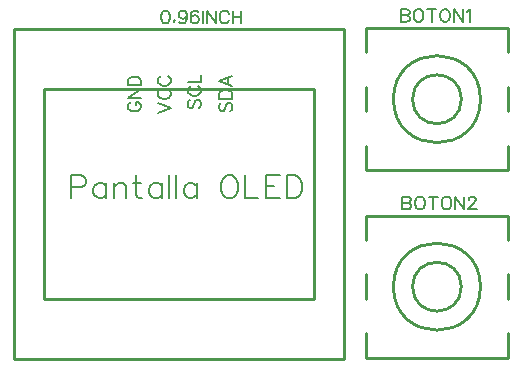
<source format=gto>
G04 Layer: TopSilkscreenLayer*
G04 EasyEDA v6.5.15, 2022-08-31 14:33:10*
G04 7f742d56b1564ff082f2a7d2e7a97bc1,d16243303ffc4a33bbfddbaf118a1a26,10*
G04 Gerber Generator version 0.2*
G04 Scale: 100 percent, Rotated: No, Reflected: No *
G04 Dimensions in millimeters *
G04 leading zeros omitted , absolute positions ,4 integer and 5 decimal *
%FSLAX45Y45*%
%MOMM*%

%ADD10C,0.1524*%
%ADD11C,0.2032*%
%ADD12C,0.2540*%

%LPD*%
D10*
X4038600Y12370815D02*
G01*
X4038600Y12261850D01*
X4038600Y12370815D02*
G01*
X4085336Y12370815D01*
X4100829Y12365736D01*
X4106163Y12360402D01*
X4111243Y12349987D01*
X4111243Y12339574D01*
X4106163Y12329160D01*
X4100829Y12324079D01*
X4085336Y12319000D01*
X4038600Y12319000D02*
G01*
X4085336Y12319000D01*
X4100829Y12313665D01*
X4106163Y12308586D01*
X4111243Y12298171D01*
X4111243Y12282424D01*
X4106163Y12272010D01*
X4100829Y12266929D01*
X4085336Y12261850D01*
X4038600Y12261850D01*
X4176775Y12370815D02*
G01*
X4166361Y12365736D01*
X4155947Y12355321D01*
X4150868Y12344908D01*
X4145534Y12329160D01*
X4145534Y12303252D01*
X4150868Y12287758D01*
X4155947Y12277344D01*
X4166361Y12266929D01*
X4176775Y12261850D01*
X4197604Y12261850D01*
X4208018Y12266929D01*
X4218431Y12277344D01*
X4223511Y12287758D01*
X4228845Y12303252D01*
X4228845Y12329160D01*
X4223511Y12344908D01*
X4218431Y12355321D01*
X4208018Y12365736D01*
X4197604Y12370815D01*
X4176775Y12370815D01*
X4299458Y12370815D02*
G01*
X4299458Y12261850D01*
X4263136Y12370815D02*
G01*
X4335779Y12370815D01*
X4401311Y12370815D02*
G01*
X4390897Y12365736D01*
X4380484Y12355321D01*
X4375150Y12344908D01*
X4370070Y12329160D01*
X4370070Y12303252D01*
X4375150Y12287758D01*
X4380484Y12277344D01*
X4390897Y12266929D01*
X4401311Y12261850D01*
X4422140Y12261850D01*
X4432300Y12266929D01*
X4442713Y12277344D01*
X4448047Y12287758D01*
X4453127Y12303252D01*
X4453127Y12329160D01*
X4448047Y12344908D01*
X4442713Y12355321D01*
X4432300Y12365736D01*
X4422140Y12370815D01*
X4401311Y12370815D01*
X4487418Y12370815D02*
G01*
X4487418Y12261850D01*
X4487418Y12370815D02*
G01*
X4560315Y12261850D01*
X4560315Y12370815D02*
G01*
X4560315Y12261850D01*
X4594606Y12349987D02*
G01*
X4605020Y12355321D01*
X4620513Y12370815D01*
X4620513Y12261850D01*
X4051300Y10783315D02*
G01*
X4051300Y10674350D01*
X4051300Y10783315D02*
G01*
X4098036Y10783315D01*
X4113529Y10778236D01*
X4118863Y10772902D01*
X4123943Y10762487D01*
X4123943Y10752074D01*
X4118863Y10741660D01*
X4113529Y10736579D01*
X4098036Y10731500D01*
X4051300Y10731500D02*
G01*
X4098036Y10731500D01*
X4113529Y10726165D01*
X4118863Y10721086D01*
X4123943Y10710671D01*
X4123943Y10694924D01*
X4118863Y10684510D01*
X4113529Y10679429D01*
X4098036Y10674350D01*
X4051300Y10674350D01*
X4189475Y10783315D02*
G01*
X4179061Y10778236D01*
X4168647Y10767821D01*
X4163568Y10757408D01*
X4158234Y10741660D01*
X4158234Y10715752D01*
X4163568Y10700258D01*
X4168647Y10689844D01*
X4179061Y10679429D01*
X4189475Y10674350D01*
X4210304Y10674350D01*
X4220718Y10679429D01*
X4231131Y10689844D01*
X4236211Y10700258D01*
X4241545Y10715752D01*
X4241545Y10741660D01*
X4236211Y10757408D01*
X4231131Y10767821D01*
X4220718Y10778236D01*
X4210304Y10783315D01*
X4189475Y10783315D01*
X4312158Y10783315D02*
G01*
X4312158Y10674350D01*
X4275836Y10783315D02*
G01*
X4348479Y10783315D01*
X4414011Y10783315D02*
G01*
X4403597Y10778236D01*
X4393184Y10767821D01*
X4387850Y10757408D01*
X4382770Y10741660D01*
X4382770Y10715752D01*
X4387850Y10700258D01*
X4393184Y10689844D01*
X4403597Y10679429D01*
X4414011Y10674350D01*
X4434840Y10674350D01*
X4445000Y10679429D01*
X4455413Y10689844D01*
X4460747Y10700258D01*
X4465827Y10715752D01*
X4465827Y10741660D01*
X4460747Y10757408D01*
X4455413Y10767821D01*
X4445000Y10778236D01*
X4434840Y10783315D01*
X4414011Y10783315D01*
X4500118Y10783315D02*
G01*
X4500118Y10674350D01*
X4500118Y10783315D02*
G01*
X4573015Y10674350D01*
X4573015Y10783315D02*
G01*
X4573015Y10674350D01*
X4612386Y10757408D02*
G01*
X4612386Y10762487D01*
X4617720Y10772902D01*
X4622800Y10778236D01*
X4633213Y10783315D01*
X4654041Y10783315D01*
X4664456Y10778236D01*
X4669536Y10772902D01*
X4674870Y10762487D01*
X4674870Y10752074D01*
X4669536Y10741660D01*
X4659122Y10726165D01*
X4607306Y10674350D01*
X4679950Y10674350D01*
X2037841Y12358115D02*
G01*
X2022093Y12353036D01*
X2011679Y12337287D01*
X2006600Y12311379D01*
X2006600Y12295886D01*
X2011679Y12269724D01*
X2022093Y12254229D01*
X2037841Y12249150D01*
X2048256Y12249150D01*
X2063750Y12254229D01*
X2074163Y12269724D01*
X2079243Y12295886D01*
X2079243Y12311379D01*
X2074163Y12337287D01*
X2063750Y12353036D01*
X2048256Y12358115D01*
X2037841Y12358115D01*
X2118868Y12275058D02*
G01*
X2113534Y12269724D01*
X2118868Y12264644D01*
X2123947Y12269724D01*
X2118868Y12275058D01*
X2225802Y12321794D02*
G01*
X2220722Y12306300D01*
X2210308Y12295886D01*
X2194559Y12290552D01*
X2189479Y12290552D01*
X2173986Y12295886D01*
X2163572Y12306300D01*
X2158238Y12321794D01*
X2158238Y12326874D01*
X2163572Y12342621D01*
X2173986Y12353036D01*
X2189479Y12358115D01*
X2194559Y12358115D01*
X2210308Y12353036D01*
X2220722Y12342621D01*
X2225802Y12321794D01*
X2225802Y12295886D01*
X2220722Y12269724D01*
X2210308Y12254229D01*
X2194559Y12249150D01*
X2184400Y12249150D01*
X2168652Y12254229D01*
X2163572Y12264644D01*
X2322575Y12342621D02*
G01*
X2317241Y12353036D01*
X2301747Y12358115D01*
X2291334Y12358115D01*
X2275840Y12353036D01*
X2265425Y12337287D01*
X2260091Y12311379D01*
X2260091Y12285471D01*
X2265425Y12264644D01*
X2275840Y12254229D01*
X2291334Y12249150D01*
X2296413Y12249150D01*
X2312161Y12254229D01*
X2322575Y12264644D01*
X2327656Y12280137D01*
X2327656Y12285471D01*
X2322575Y12300965D01*
X2312161Y12311379D01*
X2296413Y12316460D01*
X2291334Y12316460D01*
X2275840Y12311379D01*
X2265425Y12300965D01*
X2260091Y12285471D01*
X2361945Y12358115D02*
G01*
X2361945Y12249150D01*
X2396236Y12358115D02*
G01*
X2396236Y12249150D01*
X2396236Y12358115D02*
G01*
X2468879Y12249150D01*
X2468879Y12358115D02*
G01*
X2468879Y12249150D01*
X2581147Y12332208D02*
G01*
X2576068Y12342621D01*
X2565654Y12353036D01*
X2555240Y12358115D01*
X2534411Y12358115D01*
X2523997Y12353036D01*
X2513584Y12342621D01*
X2508504Y12332208D01*
X2503170Y12316460D01*
X2503170Y12290552D01*
X2508504Y12275058D01*
X2513584Y12264644D01*
X2523997Y12254229D01*
X2534411Y12249150D01*
X2555240Y12249150D01*
X2565654Y12254229D01*
X2576068Y12264644D01*
X2581147Y12275058D01*
X2615438Y12358115D02*
G01*
X2615438Y12249150D01*
X2688336Y12358115D02*
G01*
X2688336Y12249150D01*
X2615438Y12306300D02*
G01*
X2688336Y12306300D01*
D11*
X1244600Y10961878D02*
G01*
X1244600Y10768076D01*
X1244600Y10961878D02*
G01*
X1327657Y10961878D01*
X1355344Y10952734D01*
X1364742Y10943589D01*
X1373886Y10925047D01*
X1373886Y10897362D01*
X1364742Y10878820D01*
X1355344Y10869676D01*
X1327657Y10860278D01*
X1244600Y10860278D01*
X1545589Y10897362D02*
G01*
X1545589Y10768076D01*
X1545589Y10869676D02*
G01*
X1527302Y10887963D01*
X1508760Y10897362D01*
X1481073Y10897362D01*
X1462531Y10887963D01*
X1443989Y10869676D01*
X1434845Y10841989D01*
X1434845Y10823447D01*
X1443989Y10795762D01*
X1462531Y10777220D01*
X1481073Y10768076D01*
X1508760Y10768076D01*
X1527302Y10777220D01*
X1545589Y10795762D01*
X1606550Y10897362D02*
G01*
X1606550Y10768076D01*
X1606550Y10860278D02*
G01*
X1634489Y10887963D01*
X1652778Y10897362D01*
X1680463Y10897362D01*
X1699005Y10887963D01*
X1708150Y10860278D01*
X1708150Y10768076D01*
X1797050Y10961878D02*
G01*
X1797050Y10804905D01*
X1806194Y10777220D01*
X1824736Y10768076D01*
X1843023Y10768076D01*
X1769110Y10897362D02*
G01*
X1833879Y10897362D01*
X2014981Y10897362D02*
G01*
X2014981Y10768076D01*
X2014981Y10869676D02*
G01*
X1996440Y10887963D01*
X1977897Y10897362D01*
X1950211Y10897362D01*
X1931670Y10887963D01*
X1913381Y10869676D01*
X1903984Y10841989D01*
X1903984Y10823447D01*
X1913381Y10795762D01*
X1931670Y10777220D01*
X1950211Y10768076D01*
X1977897Y10768076D01*
X1996440Y10777220D01*
X2014981Y10795762D01*
X2075941Y10961878D02*
G01*
X2075941Y10768076D01*
X2136902Y10961878D02*
G01*
X2136902Y10768076D01*
X2308606Y10897362D02*
G01*
X2308606Y10768076D01*
X2308606Y10869676D02*
G01*
X2290063Y10887963D01*
X2271775Y10897362D01*
X2244090Y10897362D01*
X2225547Y10887963D01*
X2207006Y10869676D01*
X2197861Y10841989D01*
X2197861Y10823447D01*
X2207006Y10795762D01*
X2225547Y10777220D01*
X2244090Y10768076D01*
X2271775Y10768076D01*
X2290063Y10777220D01*
X2308606Y10795762D01*
X2567177Y10961878D02*
G01*
X2548890Y10952734D01*
X2530347Y10934192D01*
X2520950Y10915650D01*
X2511806Y10887963D01*
X2511806Y10841989D01*
X2520950Y10814050D01*
X2530347Y10795762D01*
X2548890Y10777220D01*
X2567177Y10768076D01*
X2604261Y10768076D01*
X2622550Y10777220D01*
X2641091Y10795762D01*
X2650490Y10814050D01*
X2659634Y10841989D01*
X2659634Y10887963D01*
X2650490Y10915650D01*
X2641091Y10934192D01*
X2622550Y10952734D01*
X2604261Y10961878D01*
X2567177Y10961878D01*
X2720593Y10961878D02*
G01*
X2720593Y10768076D01*
X2720593Y10768076D02*
G01*
X2831338Y10768076D01*
X2892297Y10961878D02*
G01*
X2892297Y10768076D01*
X2892297Y10961878D02*
G01*
X3012440Y10961878D01*
X2892297Y10869676D02*
G01*
X2966211Y10869676D01*
X2892297Y10768076D02*
G01*
X3012440Y10768076D01*
X3073400Y10961878D02*
G01*
X3073400Y10768076D01*
X3073400Y10961878D02*
G01*
X3138170Y10961878D01*
X3165856Y10952734D01*
X3184143Y10934192D01*
X3193541Y10915650D01*
X3202686Y10887963D01*
X3202686Y10841989D01*
X3193541Y10814050D01*
X3184143Y10795762D01*
X3165856Y10777220D01*
X3138170Y10768076D01*
X3073400Y10768076D01*
X2516352Y11578869D02*
G01*
X2505938Y11568455D01*
X2500858Y11552961D01*
X2500858Y11532133D01*
X2505938Y11516639D01*
X2516352Y11506225D01*
X2526766Y11506225D01*
X2537180Y11511305D01*
X2542514Y11516639D01*
X2547594Y11527053D01*
X2558008Y11558041D01*
X2563088Y11568455D01*
X2568422Y11573789D01*
X2578836Y11578869D01*
X2594330Y11578869D01*
X2604744Y11568455D01*
X2610078Y11552961D01*
X2610078Y11532133D01*
X2604744Y11516639D01*
X2594330Y11506225D01*
X2500858Y11613159D02*
G01*
X2610078Y11613159D01*
X2500858Y11613159D02*
G01*
X2500858Y11649481D01*
X2505938Y11665229D01*
X2516352Y11675643D01*
X2526766Y11680723D01*
X2542514Y11686057D01*
X2568422Y11686057D01*
X2583916Y11680723D01*
X2594330Y11675643D01*
X2604744Y11665229D01*
X2610078Y11649481D01*
X2610078Y11613159D01*
X2500858Y11761749D02*
G01*
X2610078Y11720347D01*
X2500858Y11761749D02*
G01*
X2610078Y11803405D01*
X2573502Y11735841D02*
G01*
X2573502Y11787911D01*
X2249652Y11604269D02*
G01*
X2239238Y11593855D01*
X2234158Y11578361D01*
X2234158Y11557533D01*
X2239238Y11542039D01*
X2249652Y11531625D01*
X2260066Y11531625D01*
X2270480Y11536705D01*
X2275814Y11542039D01*
X2280894Y11552453D01*
X2291308Y11583441D01*
X2296388Y11593855D01*
X2301722Y11599189D01*
X2312136Y11604269D01*
X2327630Y11604269D01*
X2338044Y11593855D01*
X2343378Y11578361D01*
X2343378Y11557533D01*
X2338044Y11542039D01*
X2327630Y11531625D01*
X2260066Y11716537D02*
G01*
X2249652Y11711457D01*
X2239238Y11701043D01*
X2234158Y11690629D01*
X2234158Y11669801D01*
X2239238Y11659387D01*
X2249652Y11648973D01*
X2260066Y11643893D01*
X2275814Y11638559D01*
X2301722Y11638559D01*
X2317216Y11643893D01*
X2327630Y11648973D01*
X2338044Y11659387D01*
X2343378Y11669801D01*
X2343378Y11690629D01*
X2338044Y11701043D01*
X2327630Y11711457D01*
X2317216Y11716537D01*
X2234158Y11750827D02*
G01*
X2343378Y11750827D01*
X2343378Y11750827D02*
G01*
X2343378Y11813311D01*
X1980158Y11493525D02*
G01*
X2089378Y11535181D01*
X1980158Y11576583D02*
G01*
X2089378Y11535181D01*
X2006066Y11688851D02*
G01*
X1995652Y11683771D01*
X1985238Y11673357D01*
X1980158Y11662943D01*
X1980158Y11642115D01*
X1985238Y11631701D01*
X1995652Y11621287D01*
X2006066Y11616207D01*
X2021814Y11610873D01*
X2047722Y11610873D01*
X2063216Y11616207D01*
X2073630Y11621287D01*
X2084044Y11631701D01*
X2089378Y11642115D01*
X2089378Y11662943D01*
X2084044Y11673357D01*
X2073630Y11683771D01*
X2063216Y11688851D01*
X2006066Y11801119D02*
G01*
X1995652Y11795785D01*
X1985238Y11785371D01*
X1980158Y11775211D01*
X1980158Y11754383D01*
X1985238Y11743969D01*
X1995652Y11733555D01*
X2006066Y11728221D01*
X2021814Y11723141D01*
X2047722Y11723141D01*
X2063216Y11728221D01*
X2073630Y11733555D01*
X2084044Y11743969D01*
X2089378Y11754383D01*
X2089378Y11775211D01*
X2084044Y11785371D01*
X2073630Y11795785D01*
X2063216Y11801119D01*
X1752066Y11584203D02*
G01*
X1741652Y11578869D01*
X1731238Y11568455D01*
X1726158Y11558041D01*
X1726158Y11537467D01*
X1731238Y11527053D01*
X1741652Y11516639D01*
X1752066Y11511305D01*
X1767814Y11506225D01*
X1793722Y11506225D01*
X1809216Y11511305D01*
X1819630Y11516639D01*
X1830044Y11527053D01*
X1835378Y11537467D01*
X1835378Y11558041D01*
X1830044Y11568455D01*
X1819630Y11578869D01*
X1809216Y11584203D01*
X1793722Y11584203D01*
X1793722Y11558041D02*
G01*
X1793722Y11584203D01*
X1726158Y11618493D02*
G01*
X1835378Y11618493D01*
X1726158Y11618493D02*
G01*
X1835378Y11691137D01*
X1726158Y11691137D02*
G01*
X1835378Y11691137D01*
X1726158Y11725427D02*
G01*
X1835378Y11725427D01*
X1726158Y11725427D02*
G01*
X1726158Y11761749D01*
X1731238Y11777497D01*
X1741652Y11787911D01*
X1752066Y11792991D01*
X1767814Y11798071D01*
X1793722Y11798071D01*
X1809216Y11792991D01*
X1819630Y11787911D01*
X1830044Y11777497D01*
X1835378Y11761749D01*
X1835378Y11725427D01*
D12*
X3743398Y12207798D02*
G01*
X3743398Y12003537D01*
X3743398Y11711426D02*
G01*
X3743398Y11504043D01*
X3743398Y11212192D02*
G01*
X3743398Y11007801D01*
X4943396Y11007801D01*
X4943396Y11211938D01*
X4943396Y11503789D02*
G01*
X4943396Y11711810D01*
X4943396Y12003661D02*
G01*
X4943396Y12207798D01*
X3743398Y12207798D01*
X3743398Y10620298D02*
G01*
X3743398Y10416037D01*
X3743398Y10123926D02*
G01*
X3743398Y9916543D01*
X3743398Y9624692D02*
G01*
X3743398Y9420301D01*
X4943396Y9420301D01*
X4943396Y9624438D01*
X4943396Y9916289D02*
G01*
X4943396Y10124310D01*
X4943396Y10416161D02*
G01*
X4943396Y10620298D01*
X3743398Y10620298D01*
X762000Y12204700D02*
G01*
X3556000Y12204700D01*
X3556000Y9410700D01*
X762000Y9410700D01*
X762000Y12204700D01*
X1016000Y11696700D02*
G01*
X3302000Y11696700D01*
X3302000Y9918700D01*
X1016000Y9918700D01*
X1016000Y11696700D01*
G75*
G01
X4711697Y11607800D02*
G03X4711697Y11607800I-368300J0D01*
G75*
G01
X4550128Y11607800D02*
G03X4550128Y11607800I-206731J0D01*
G75*
G01
X4711697Y10020300D02*
G03X4711697Y10020300I-368300J0D01*
G75*
G01
X4550128Y10020300D02*
G03X4550128Y10020300I-206731J0D01*
M02*

</source>
